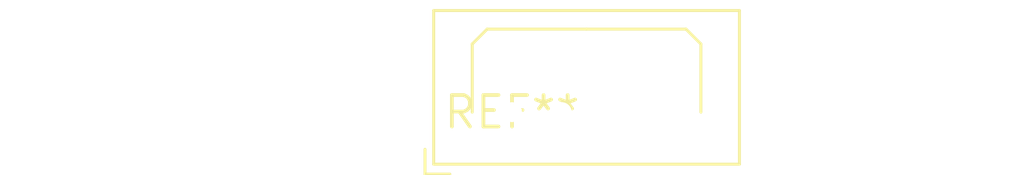
<source format=kicad_pcb>
(kicad_pcb (version 20240108) (generator pcbnew)
  (layers (0 "F.Cu" signal) (31 "B.Cu" signal) (34 "B.Paste" user) (35 "F.Paste" user) (36 "B.SilkS" user "B.Silkscreen") (37 "F.SilkS" user "F.Silkscreen") (38 "B.Mask" user) (39 "F.Mask" user) (44 "Edge.Cuts" user))
  (net 0 "")
  (footprint "Harwin_LTek-Male_2x04_P2.00mm_Vertical" (layer "F.Cu") (at 0 0)
    (property "Reference" "REF**")
    (property "Value" "Harwin_LTek-Male_2x04_P2.00mm_Vertical")
    (fp_line (start -3.5 1.5) (end -3.5 2.5) (layer "F.SilkS") (stroke (width 0.12)))
    (fp_line (start -3.5 2.5) (end -2.5 2.5) (layer "F.SilkS") (stroke (width 0.12)))
    (fp_line (start -3.15 -4.1) (end -3.15 2.1) (layer "F.SilkS") (stroke (width 0.12)))
    (fp_line (start -3.15 2.1) (end 9.15 2.1) (layer "F.SilkS") (stroke (width 0.12)))
    (fp_line (start -1.6 -2.75) (end -1 -3.35) (layer "F.SilkS") (stroke (width 0.12)))
    (fp_line (start -1.6 0) (end -1.6 -2.75) (layer "F.SilkS") (stroke (width 0.12)))
    (fp_line (start -1 -3.35) (end 3 -3.35) (layer "F.SilkS") (stroke (width 0.12)))
    (fp_line (start 7 -3.35) (end 3 -3.35) (layer "F.SilkS") (stroke (width 0.12)))
    (fp_line (start 7.6 -2.75) (end 7 -3.35) (layer "F.SilkS") (stroke (width 0.12)))
    (fp_line (start 7.6 0) (end 7.6 -2.75) (layer "F.SilkS") (stroke (width 0.12)))
    (fp_line (start 9.15 -4.1) (end -3.15 -4.1) (layer "F.SilkS") (stroke (width 0.12)))
    (fp_line (start 9.15 2.1) (end 9.15 -4.1) (layer "F.SilkS") (stroke (width 0.12)))
    (pad "1" thru_hole rect (at 0 0) (size 1.35 1.35) (drill 0.8) (layers *.Cu *.Mask) (remove_unused_layers))
    (pad "2" thru_hole circle (at 0 -2) (size 1.35 1.35) (drill 0.8) (layers *.Cu *.Mask) (remove_unused_layers))
    (pad "3" thru_hole circle (at 2 0) (size 1.35 1.35) (drill 0.8) (layers *.Cu *.Mask) (remove_unused_layers))
    (pad "4" thru_hole circle (at 2 -2) (size 1.35 1.35) (drill 0.8) (layers *.Cu *.Mask) (remove_unused_layers))
    (pad "5" thru_hole circle (at 4 0) (size 1.35 1.35) (drill 0.8) (layers *.Cu *.Mask) (remove_unused_layers))
    (pad "6" thru_hole circle (at 4 -2) (size 1.35 1.35) (drill 0.8) (layers *.Cu *.Mask) (remove_unused_layers))
    (pad "7" thru_hole circle (at 6 0) (size 1.35 1.35) (drill 0.8) (layers *.Cu *.Mask) (remove_unused_layers))
    (pad "8" thru_hole circle (at 6 -2) (size 1.35 1.35) (drill 0.8) (layers *.Cu *.Mask) (remove_unused_layers))
  )
)
</source>
